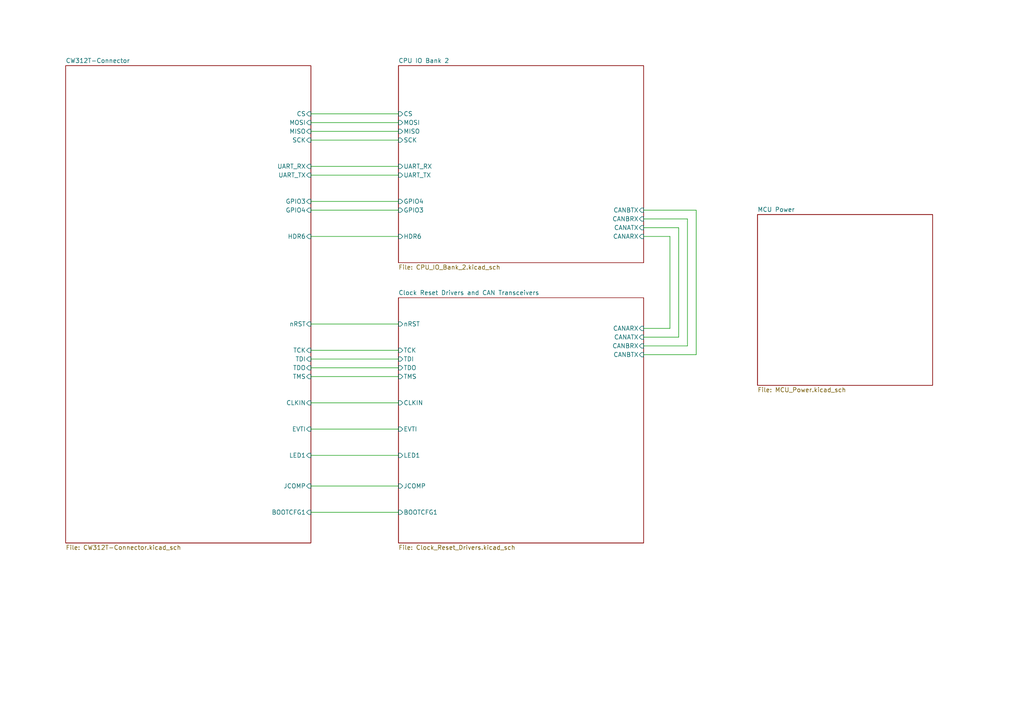
<source format=kicad_sch>
(kicad_sch
	(version 20231120)
	(generator "eeschema")
	(generator_version "8.0")
	(uuid "61ba16c4-94b2-4af1-8d5d-5bb0ae35f98e")
	(paper "A4")
	(lib_symbols)
	(wire
		(pts
			(xy 186.69 66.04) (xy 196.85 66.04)
		)
		(stroke
			(width 0)
			(type default)
		)
		(uuid "178f97c1-8140-4d2a-91b4-3241be047d43")
	)
	(wire
		(pts
			(xy 90.17 116.84) (xy 115.57 116.84)
		)
		(stroke
			(width 0)
			(type default)
		)
		(uuid "181bbb8c-43ec-4eb7-9982-d811cd1859f7")
	)
	(wire
		(pts
			(xy 90.17 35.56) (xy 115.57 35.56)
		)
		(stroke
			(width 0)
			(type default)
		)
		(uuid "196da171-a484-4c21-a5f0-6d3cab23223b")
	)
	(wire
		(pts
			(xy 90.17 38.1) (xy 115.57 38.1)
		)
		(stroke
			(width 0)
			(type default)
		)
		(uuid "1eabcfb8-9fdf-4ed7-a0ed-90c625b451b6")
	)
	(wire
		(pts
			(xy 90.17 109.22) (xy 115.57 109.22)
		)
		(stroke
			(width 0)
			(type default)
		)
		(uuid "24c03e33-90c9-4e0f-9e3c-41e7e26305bb")
	)
	(wire
		(pts
			(xy 90.17 68.58) (xy 115.57 68.58)
		)
		(stroke
			(width 0)
			(type default)
		)
		(uuid "343e7268-3079-474a-a3cc-06f1c0594fb1")
	)
	(wire
		(pts
			(xy 90.17 101.6) (xy 115.57 101.6)
		)
		(stroke
			(width 0)
			(type default)
		)
		(uuid "3490ec18-ed0e-4eaf-89f1-0f99ffc50526")
	)
	(wire
		(pts
			(xy 90.17 140.97) (xy 115.57 140.97)
		)
		(stroke
			(width 0)
			(type default)
		)
		(uuid "50b246ba-e5ee-44d8-8d19-232793300663")
	)
	(wire
		(pts
			(xy 90.17 93.98) (xy 115.57 93.98)
		)
		(stroke
			(width 0)
			(type default)
		)
		(uuid "5d96f669-9fae-4cdf-ae70-d6856955557d")
	)
	(wire
		(pts
			(xy 90.17 48.26) (xy 115.57 48.26)
		)
		(stroke
			(width 0)
			(type default)
		)
		(uuid "5ee40e28-3d7f-494d-9648-c9505c380974")
	)
	(wire
		(pts
			(xy 194.31 68.58) (xy 194.31 95.25)
		)
		(stroke
			(width 0)
			(type default)
		)
		(uuid "61f883cb-e39c-4273-8b84-503a8466c978")
	)
	(wire
		(pts
			(xy 90.17 58.42) (xy 115.57 58.42)
		)
		(stroke
			(width 0)
			(type default)
		)
		(uuid "67ed9291-17c2-453e-baca-b144373051de")
	)
	(wire
		(pts
			(xy 196.85 97.79) (xy 186.69 97.79)
		)
		(stroke
			(width 0)
			(type default)
		)
		(uuid "716196e6-33c7-4cc2-8a15-d6c4e0020ed0")
	)
	(wire
		(pts
			(xy 199.39 63.5) (xy 199.39 100.33)
		)
		(stroke
			(width 0)
			(type default)
		)
		(uuid "727c10dd-73ed-424c-92c5-42ed03ded18a")
	)
	(wire
		(pts
			(xy 90.17 106.68) (xy 115.57 106.68)
		)
		(stroke
			(width 0)
			(type default)
		)
		(uuid "7f193c27-a923-4767-9e6b-5e08f27f0428")
	)
	(wire
		(pts
			(xy 199.39 100.33) (xy 186.69 100.33)
		)
		(stroke
			(width 0)
			(type default)
		)
		(uuid "8399f953-c0b8-4fea-9f14-9b195c33f88a")
	)
	(wire
		(pts
			(xy 90.17 148.59) (xy 115.57 148.59)
		)
		(stroke
			(width 0)
			(type default)
		)
		(uuid "8d057ac3-0143-460e-91e7-fadeca365aad")
	)
	(wire
		(pts
			(xy 90.17 104.14) (xy 115.57 104.14)
		)
		(stroke
			(width 0)
			(type default)
		)
		(uuid "954cc8b4-144b-4677-aaab-ec17d49d60f1")
	)
	(wire
		(pts
			(xy 194.31 95.25) (xy 186.69 95.25)
		)
		(stroke
			(width 0)
			(type default)
		)
		(uuid "a664654a-556d-4fd2-9c0a-743a9ce2b8f3")
	)
	(wire
		(pts
			(xy 90.17 132.08) (xy 115.57 132.08)
		)
		(stroke
			(width 0)
			(type default)
		)
		(uuid "aa9f7cbd-8f30-473b-bcaa-5c79a4751274")
	)
	(wire
		(pts
			(xy 90.17 124.46) (xy 115.57 124.46)
		)
		(stroke
			(width 0)
			(type default)
		)
		(uuid "b3fd4adf-3f87-4cca-af2e-3de15edd38cd")
	)
	(wire
		(pts
			(xy 90.17 50.8) (xy 115.57 50.8)
		)
		(stroke
			(width 0)
			(type default)
		)
		(uuid "cb479721-27df-4e1f-9ca0-eb3325af389e")
	)
	(wire
		(pts
			(xy 186.69 68.58) (xy 194.31 68.58)
		)
		(stroke
			(width 0)
			(type default)
		)
		(uuid "cf384305-a84d-4173-8798-c0398d3f9086")
	)
	(wire
		(pts
			(xy 90.17 60.96) (xy 115.57 60.96)
		)
		(stroke
			(width 0)
			(type default)
		)
		(uuid "d13d0190-c873-4814-8831-9e5409c25d23")
	)
	(wire
		(pts
			(xy 90.17 33.02) (xy 115.57 33.02)
		)
		(stroke
			(width 0)
			(type default)
		)
		(uuid "d3950cdd-5a94-4f77-b688-c0351cfbe39b")
	)
	(wire
		(pts
			(xy 196.85 66.04) (xy 196.85 97.79)
		)
		(stroke
			(width 0)
			(type default)
		)
		(uuid "d76d4781-a09f-427d-92b6-000937bf6f7e")
	)
	(wire
		(pts
			(xy 201.93 102.87) (xy 186.69 102.87)
		)
		(stroke
			(width 0)
			(type default)
		)
		(uuid "d90e599d-0221-4a61-be29-4e625b4366a5")
	)
	(wire
		(pts
			(xy 90.17 40.64) (xy 115.57 40.64)
		)
		(stroke
			(width 0)
			(type default)
		)
		(uuid "db1375cc-43ca-43ff-ad77-546030f95507")
	)
	(wire
		(pts
			(xy 186.69 60.96) (xy 201.93 60.96)
		)
		(stroke
			(width 0)
			(type default)
		)
		(uuid "e9de3bfa-ff09-45c6-981b-f0a51ab4aedd")
	)
	(wire
		(pts
			(xy 186.69 63.5) (xy 199.39 63.5)
		)
		(stroke
			(width 0)
			(type default)
		)
		(uuid "f17e187b-8d25-48c0-8bff-5dab1254d23f")
	)
	(wire
		(pts
			(xy 201.93 60.96) (xy 201.93 102.87)
		)
		(stroke
			(width 0)
			(type default)
		)
		(uuid "f3851212-8200-4623-b845-2a5043b6a86a")
	)
	(sheet
		(at 115.57 86.36)
		(size 71.12 71.12)
		(fields_autoplaced yes)
		(stroke
			(width 0.1524)
			(type solid)
		)
		(fill
			(color 0 0 0 0.0000)
		)
		(uuid "204d5726-82d5-46a8-ac23-59e2693d7cc1")
		(property "Sheetname" "Clock Reset Drivers and CAN Transceivers"
			(at 115.57 85.6484 0)
			(effects
				(font
					(size 1.27 1.27)
				)
				(justify left bottom)
			)
		)
		(property "Sheetfile" "Clock_Reset_Drivers.kicad_sch"
			(at 115.57 158.0646 0)
			(effects
				(font
					(size 1.27 1.27)
				)
				(justify left top)
			)
		)
		(pin "TCK" input
			(at 115.57 101.6 180)
			(effects
				(font
					(size 1.27 1.27)
				)
				(justify left)
			)
			(uuid "233caee0-21a3-4503-833c-29237f1b33f9")
		)
		(pin "TDI" input
			(at 115.57 104.14 180)
			(effects
				(font
					(size 1.27 1.27)
				)
				(justify left)
			)
			(uuid "4d844cbe-7484-4066-8ab9-e30f5e8c457b")
		)
		(pin "TDO" input
			(at 115.57 106.68 180)
			(effects
				(font
					(size 1.27 1.27)
				)
				(justify left)
			)
			(uuid "249cf713-aac1-4787-b97e-c448ac21fd9d")
		)
		(pin "TMS" input
			(at 115.57 109.22 180)
			(effects
				(font
					(size 1.27 1.27)
				)
				(justify left)
			)
			(uuid "4421d242-7e8a-4b7d-9f3b-524a9d92c93d")
		)
		(pin "JCOMP" input
			(at 115.57 140.97 180)
			(effects
				(font
					(size 1.27 1.27)
				)
				(justify left)
			)
			(uuid "ad6c0e9e-4e07-4217-9cc4-31edfb68f45e")
		)
		(pin "BOOTCFG1" input
			(at 115.57 148.59 180)
			(effects
				(font
					(size 1.27 1.27)
				)
				(justify left)
			)
			(uuid "c961e82f-6f53-4f26-ba57-4f27240c31c6")
		)
		(pin "CLKIN" input
			(at 115.57 116.84 180)
			(effects
				(font
					(size 1.27 1.27)
				)
				(justify left)
			)
			(uuid "4f05f74a-2291-426c-bd33-d49c7ac66c7a")
		)
		(pin "EVTI" input
			(at 115.57 124.46 180)
			(effects
				(font
					(size 1.27 1.27)
				)
				(justify left)
			)
			(uuid "9479216c-92e8-456a-8c86-093fbaf5fcbd")
		)
		(pin "LED1" input
			(at 115.57 132.08 180)
			(effects
				(font
					(size 1.27 1.27)
				)
				(justify left)
			)
			(uuid "a2aaad8e-c0b2-4efd-9439-7cb8d1a9db67")
		)
		(pin "nRST" input
			(at 115.57 93.98 180)
			(effects
				(font
					(size 1.27 1.27)
				)
				(justify left)
			)
			(uuid "1f528ca0-8755-4e0f-9e33-1e63d6eca660")
		)
		(pin "CANBTX" input
			(at 186.69 102.87 0)
			(effects
				(font
					(size 1.27 1.27)
				)
				(justify right)
			)
			(uuid "ddab2c7d-4a01-4e92-871f-e0c63b23dd7d")
		)
		(pin "CANBRX" input
			(at 186.69 100.33 0)
			(effects
				(font
					(size 1.27 1.27)
				)
				(justify right)
			)
			(uuid "72abaf8b-4a40-4e43-a449-d20bd623fc75")
		)
		(pin "CANARX" input
			(at 186.69 95.25 0)
			(effects
				(font
					(size 1.27 1.27)
				)
				(justify right)
			)
			(uuid "9054f8ee-66bc-464f-8103-abc505312e48")
		)
		(pin "CANATX" input
			(at 186.69 97.79 0)
			(effects
				(font
					(size 1.27 1.27)
				)
				(justify right)
			)
			(uuid "512812b0-419c-411a-b3ee-9ec19c7b5a52")
		)
		(instances
			(project "CW312T-MPC5676R"
				(path "/61ba16c4-94b2-4af1-8d5d-5bb0ae35f98e"
					(page "3")
				)
			)
		)
	)
	(sheet
		(at 115.57 19.05)
		(size 71.12 57.15)
		(fields_autoplaced yes)
		(stroke
			(width 0.1524)
			(type solid)
		)
		(fill
			(color 0 0 0 0.0000)
		)
		(uuid "b0d3ee0f-c02d-44f7-9c80-ad9f8d717963")
		(property "Sheetname" "CPU IO Bank 2"
			(at 115.57 18.3384 0)
			(effects
				(font
					(size 1.27 1.27)
				)
				(justify left bottom)
			)
		)
		(property "Sheetfile" "CPU_IO_Bank_2.kicad_sch"
			(at 115.57 76.7846 0)
			(effects
				(font
					(size 1.27 1.27)
				)
				(justify left top)
			)
		)
		(pin "GPIO4" input
			(at 115.57 58.42 180)
			(effects
				(font
					(size 1.27 1.27)
				)
				(justify left)
			)
			(uuid "78fea6e4-58fa-436a-9f65-a79e941ed7db")
		)
		(pin "GPIO3" input
			(at 115.57 60.96 180)
			(effects
				(font
					(size 1.27 1.27)
				)
				(justify left)
			)
			(uuid "c529c4e2-8207-4bf3-a667-6ba43efd2318")
		)
		(pin "CANBRX" input
			(at 186.69 63.5 0)
			(effects
				(font
					(size 1.27 1.27)
				)
				(justify right)
			)
			(uuid "80147440-e2d4-44fe-8678-9c783457a83d")
		)
		(pin "UART_RX" input
			(at 115.57 48.26 180)
			(effects
				(font
					(size 1.27 1.27)
				)
				(justify left)
			)
			(uuid "7261b530-9f16-48df-af6a-9fc514d41560")
		)
		(pin "CANATX" input
			(at 186.69 66.04 0)
			(effects
				(font
					(size 1.27 1.27)
				)
				(justify right)
			)
			(uuid "e8844529-d8d9-41e2-b043-c50f65206f44")
		)
		(pin "CANARX" input
			(at 186.69 68.58 0)
			(effects
				(font
					(size 1.27 1.27)
				)
				(justify right)
			)
			(uuid "d76d78e7-747d-4381-a49f-e09bc94f9c36")
		)
		(pin "UART_TX" input
			(at 115.57 50.8 180)
			(effects
				(font
					(size 1.27 1.27)
				)
				(justify left)
			)
			(uuid "7e3ebf26-ff4d-46d3-97b7-6dde6a307964")
		)
		(pin "CANBTX" input
			(at 186.69 60.96 0)
			(effects
				(font
					(size 1.27 1.27)
				)
				(justify right)
			)
			(uuid "711450fb-e0e3-48b7-8d0e-af8aa9fb3c94")
		)
		(pin "CS" input
			(at 115.57 33.02 180)
			(effects
				(font
					(size 1.27 1.27)
				)
				(justify left)
			)
			(uuid "50634b2f-804b-4191-8744-7e28f2770984")
		)
		(pin "MOSI" input
			(at 115.57 35.56 180)
			(effects
				(font
					(size 1.27 1.27)
				)
				(justify left)
			)
			(uuid "a6df7eb6-8657-4b80-bed7-4b1c3d341f50")
		)
		(pin "SCK" input
			(at 115.57 40.64 180)
			(effects
				(font
					(size 1.27 1.27)
				)
				(justify left)
			)
			(uuid "df3ce37f-c8fa-42aa-98a4-2e7cbe4b5ebc")
		)
		(pin "MISO" input
			(at 115.57 38.1 180)
			(effects
				(font
					(size 1.27 1.27)
				)
				(justify left)
			)
			(uuid "e1cd4eb8-fcbc-4d25-97b0-9ec5830609b6")
		)
		(pin "HDR6" input
			(at 115.57 68.58 180)
			(effects
				(font
					(size 1.27 1.27)
				)
				(justify left)
			)
			(uuid "cf443d24-78b0-4fc2-be1e-bd9ddacecf84")
		)
		(instances
			(project "CW312T-MPC5676R"
				(path "/61ba16c4-94b2-4af1-8d5d-5bb0ae35f98e"
					(page "4")
				)
			)
		)
	)
	(sheet
		(at 19.05 19.05)
		(size 71.12 138.43)
		(fields_autoplaced yes)
		(stroke
			(width 0.1524)
			(type solid)
		)
		(fill
			(color 0 0 0 0.0000)
		)
		(uuid "bc003759-8a72-4396-922a-2d893c508095")
		(property "Sheetname" "CW312T-Connector"
			(at 19.05 18.3384 0)
			(effects
				(font
					(size 1.27 1.27)
				)
				(justify left bottom)
			)
		)
		(property "Sheetfile" "CW312T-Connector.kicad_sch"
			(at 19.05 158.0646 0)
			(effects
				(font
					(size 1.27 1.27)
				)
				(justify left top)
			)
		)
		(pin "UART_RX" input
			(at 90.17 48.26 0)
			(effects
				(font
					(size 1.27 1.27)
				)
				(justify right)
			)
			(uuid "5532b50a-bd61-4f31-bfdf-bd9aea4fb953")
		)
		(pin "UART_TX" input
			(at 90.17 50.8 0)
			(effects
				(font
					(size 1.27 1.27)
				)
				(justify right)
			)
			(uuid "01dee3fc-b383-4f1d-aee2-7764f135804b")
		)
		(pin "EVTI" input
			(at 90.17 124.46 0)
			(effects
				(font
					(size 1.27 1.27)
				)
				(justify right)
			)
			(uuid "4206572b-e84e-48d8-968c-93bf9c1e87c4")
		)
		(pin "HDR6" input
			(at 90.17 68.58 0)
			(effects
				(font
					(size 1.27 1.27)
				)
				(justify right)
			)
			(uuid "d7a933d6-9272-421a-8765-f5ea8cb7c439")
		)
		(pin "JCOMP" input
			(at 90.17 140.97 0)
			(effects
				(font
					(size 1.27 1.27)
				)
				(justify right)
			)
			(uuid "af7c79fe-459f-4b60-be1f-1d64a15cf568")
		)
		(pin "TDI" input
			(at 90.17 104.14 0)
			(effects
				(font
					(size 1.27 1.27)
				)
				(justify right)
			)
			(uuid "e0d2f98d-8d6f-4d9b-836a-8e8f1a6b586f")
		)
		(pin "TDO" input
			(at 90.17 106.68 0)
			(effects
				(font
					(size 1.27 1.27)
				)
				(justify right)
			)
			(uuid "664a270f-aecc-4b9f-9b53-a591bb494951")
		)
		(pin "CLKIN" input
			(at 90.17 116.84 0)
			(effects
				(font
					(size 1.27 1.27)
				)
				(justify right)
			)
			(uuid "cae42d5f-c310-419b-8083-46f9c3b0b705")
		)
		(pin "TMS" input
			(at 90.17 109.22 0)
			(effects
				(font
					(size 1.27 1.27)
				)
				(justify right)
			)
			(uuid "6a7b05ac-613e-4594-b0aa-520775bb9f79")
		)
		(pin "TCK" input
			(at 90.17 101.6 0)
			(effects
				(font
					(size 1.27 1.27)
				)
				(justify right)
			)
			(uuid "ac515d9c-1ad6-42dc-88ac-7ca9c21d15bc")
		)
		(pin "MISO" input
			(at 90.17 38.1 0)
			(effects
				(font
					(size 1.27 1.27)
				)
				(justify right)
			)
			(uuid "f59ffeaf-2d63-4222-9c8d-f97e077de319")
		)
		(pin "MOSI" input
			(at 90.17 35.56 0)
			(effects
				(font
					(size 1.27 1.27)
				)
				(justify right)
			)
			(uuid "64105e3e-b041-4022-bad6-5a586b5dd703")
		)
		(pin "CS" input
			(at 90.17 33.02 0)
			(effects
				(font
					(size 1.27 1.27)
				)
				(justify right)
			)
			(uuid "7373142e-cab3-49bb-a881-df12e5826764")
		)
		(pin "BOOTCFG1" input
			(at 90.17 148.59 0)
			(effects
				(font
					(size 1.27 1.27)
				)
				(justify right)
			)
			(uuid "ca59dd26-3edf-464b-affa-ce15f7a41e63")
		)
		(pin "SCK" input
			(at 90.17 40.64 0)
			(effects
				(font
					(size 1.27 1.27)
				)
				(justify right)
			)
			(uuid "393cf981-a6b7-4d35-8449-7a32b9bcf778")
		)
		(pin "GPIO4" input
			(at 90.17 60.96 0)
			(effects
				(font
					(size 1.27 1.27)
				)
				(justify right)
			)
			(uuid "2c071a53-d398-4ef0-83ad-23a1bb81cecd")
		)
		(pin "nRST" input
			(at 90.17 93.98 0)
			(effects
				(font
					(size 1.27 1.27)
				)
				(justify right)
			)
			(uuid "b6c5b169-2791-43f3-a4e2-5729dd74f9e2")
		)
		(pin "LED1" input
			(at 90.17 132.08 0)
			(effects
				(font
					(size 1.27 1.27)
				)
				(justify right)
			)
			(uuid "0f58b6e9-9a4f-44fd-a6a3-b8f7418b79dd")
		)
		(pin "GPIO3" input
			(at 90.17 58.42 0)
			(effects
				(font
					(size 1.27 1.27)
				)
				(justify right)
			)
			(uuid "9fa17ced-6d2b-4a96-89ad-934344e63c9c")
		)
		(instances
			(project "CW312T-MPC5676R"
				(path "/61ba16c4-94b2-4af1-8d5d-5bb0ae35f98e"
					(page "5")
				)
			)
		)
	)
	(sheet
		(at 219.71 62.23)
		(size 50.8 49.53)
		(fields_autoplaced yes)
		(stroke
			(width 0.1524)
			(type solid)
		)
		(fill
			(color 0 0 0 0.0000)
		)
		(uuid "bcdd21f4-84e2-4a43-85aa-f99fe951ab44")
		(property "Sheetname" "MCU Power"
			(at 219.71 61.5184 0)
			(effects
				(font
					(size 1.27 1.27)
				)
				(justify left bottom)
			)
		)
		(property "Sheetfile" "MCU_Power.kicad_sch"
			(at 219.71 112.3446 0)
			(effects
				(font
					(size 1.27 1.27)
				)
				(justify left top)
			)
		)
		(instances
			(project "CW312T-MPC5676R"
				(path "/61ba16c4-94b2-4af1-8d5d-5bb0ae35f98e"
					(page "6")
				)
			)
		)
	)
	(sheet_instances
		(path "/"
			(page "1")
		)
	)
)

</source>
